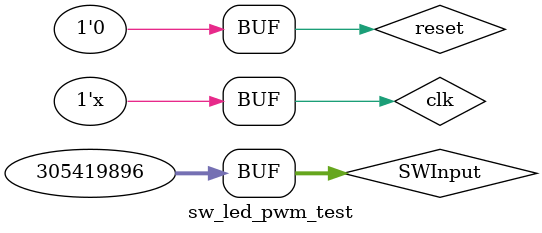
<source format=v>
`timescale 1ns / 1ps


module sw_led_pwm_test(

    );
    reg clk = 1;
    reg reset;
    always #5 clk = ~clk;
    initial
    begin
    reset = 1;
    #5 reset = 0;
    end


    wire[31:0] Instruction_if,Instruction_id;
    wire[4:0] ALUCode_id;
    wire[31:0] ALUa_ex;
    wire[31:0] ALUb_ex;
    wire[31:0] ALUResult_ex;
    wire pwmWave;
    wire[31:0] SWInput;
    wire[31:0] LEDOutput;

    assign SWInput = 32'h12345678;
    m_MIPS_CPU MIPS_CPU(
     .clk(clk),
     .rst(reset),
     .Instruction(Instruction_if),
     .Instruction2(Instruction_id),
     .ALUCode(ALUCode_id),
     .ALU_a(ALUa_ex),
     .ALU_b(ALUb_ex),
     .aluresult_ex(ALUResult_ex),
     .pwmWave(pwmWave),
     .SWInput(SWInput),
     .LEDOutput(LEDOutput)
     );
endmodule

</source>
